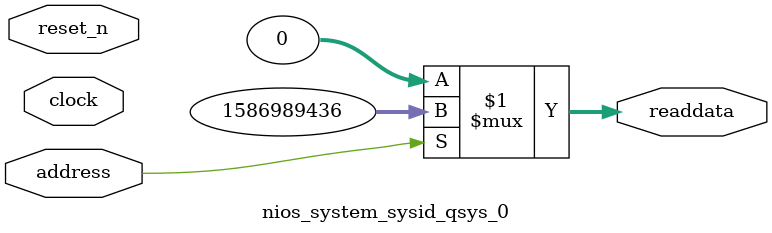
<source format=v>



// synthesis translate_off
`timescale 1ns / 1ps
// synthesis translate_on

// turn off superfluous verilog processor warnings 
// altera message_level Level1 
// altera message_off 10034 10035 10036 10037 10230 10240 10030 

module nios_system_sysid_qsys_0 (
               // inputs:
                address,
                clock,
                reset_n,

               // outputs:
                readdata
             )
;

  output  [ 31: 0] readdata;
  input            address;
  input            clock;
  input            reset_n;

  wire    [ 31: 0] readdata;
  //control_slave, which is an e_avalon_slave
  assign readdata = address ? 1586989436 : 0;

endmodule



</source>
